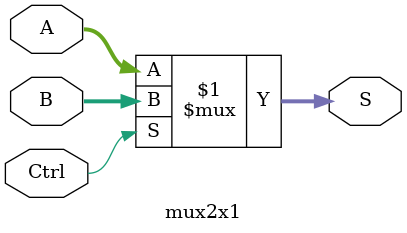
<source format=v>
`timescale 1ns / 1ps
module mux2x1(A, B, Ctrl, S);
	parameter N=32;
	input wire [N-1:0] A, B;
	input wire Ctrl;
	output wire [N-1:0] S;
	assign S = Ctrl? B : A;

endmodule

</source>
